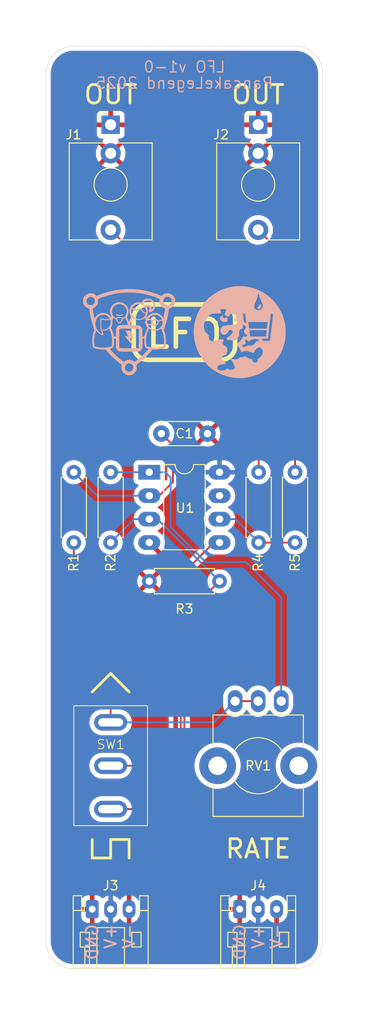
<source format=kicad_pcb>
(kicad_pcb (version 20241229) (generator "pcbnew") (generator_version "9.0")
  (layers (0 "F.Cu" signal) (2 "B.Cu" signal) (13 "F.Paste" user) (15 "B.Paste" user) (5 "F.SilkS" user "F.Silkscreen") (7 "B.SilkS" user "B.Silkscreen") (1 "F.Mask" user) (3 "B.Mask" user) (25 "Edge.Cuts" user))
  (net 0 "")
  (net 1 "GND")
  (net 2 "Net-(U1A--)")
  (net 3 "VDD")
  (net 4 "VSS")
  (net 5 "Net-(SW1-A)")
  (net 6 "Net-(SW1-C)")
  (net 7 "Net-(R2-Pad2)")
  (net 8 "Net-(U1B--)")
  (net 9 "Net-(SW1-B)")
  (net 10 "Net-(J1-PadT)")
  (net 11 "Net-(J2-PadT)")
  (footprint "HackSynth:R_Axial_DIN0207_L6.3mm_D2.5mm_P7.62mm_Horizontal" (layer "F.Cu") (at 162 96.19 -90)
    (property "Reference" "R5" (at 9.81 0 90) (layer "F.SilkS"))
    (property "Value" "1k")
    (pad "1" thru_hole circle (at 0 0 270) (size 1.6 1.6) (drill 0.8) (layers "*.Cu" "*.Mask") (net 11 "Net-(J2-PadT)"))
    (pad "2" thru_hole oval (at 7.62 0 270) (size 1.6 1.6) (drill 0.8) (layers "*.Cu" "*.Mask") (net 8 "Net-(U1B--)"))
  )
  (footprint "HackSynth:R_Axial_DIN0207_L6.3mm_D2.5mm_P7.62mm_Horizontal" (layer "F.Cu") (at 146.19 108)
    (property "Reference" "R3" (at 3.81 3 0) (layer "F.SilkS"))
    (property "Value" "56k")
    (pad "1" thru_hole circle (at 0 0) (size 1.6 1.6) (drill 0.8) (layers "*.Cu" "*.Mask") (net 1 "GND"))
    (pad "2" thru_hole oval (at 7.62 0) (size 1.6 1.6) (drill 0.8) (layers "*.Cu" "*.Mask") (net 6 "Net-(SW1-C)"))
  )
  (footprint "HackSynth:R_Axial_DIN0207_L6.3mm_D2.5mm_P7.62mm_Horizontal" (layer "F.Cu") (at 138 96.19 -90)
    (property "Reference" "R1" (at 9.81 0 90) (layer "F.SilkS"))
    (property "Value" "10k")
    (pad "1" thru_hole circle (at 0 0 270) (size 1.6 1.6) (drill 0.8) (layers "*.Cu" "*.Mask") (net 2 "Net-(U1A--)"))
    (pad "2" thru_hole oval (at 7.62 0 270) (size 1.6 1.6) (drill 0.8) (layers "*.Cu" "*.Mask") (net 5 "Net-(SW1-A)"))
  )
  (footprint "HackSynth:R_Axial_DIN0207_L6.3mm_D2.5mm_P7.62mm_Horizontal" (layer "F.Cu") (at 158.05 96.19 -90)
    (property "Reference" "R4" (at 9.81 0.05 90) (layer "F.SilkS"))
    (property "Value" "1k")
    (pad "1" thru_hole circle (at 0 0 270) (size 1.6 1.6) (drill 0.8) (layers "*.Cu" "*.Mask") (net 10 "Net-(J1-PadT)"))
    (pad "2" thru_hole oval (at 7.62 0 270) (size 1.6 1.6) (drill 0.8) (layers "*.Cu" "*.Mask") (net 8 "Net-(U1B--)"))
  )
  (footprint "HackSynth:R_Axial_DIN0207_L6.3mm_D2.5mm_P7.62mm_Horizontal" (layer "F.Cu") (at 142 103.81 90)
    (property "Reference" "R2" (at -2.19 0 90) (layer "F.SilkS"))
    (property "Value" "100k")
    (pad "1" thru_hole circle (at 0 0 90) (size 1.6 1.6) (drill 0.8) (layers "*.Cu" "*.Mask") (net 6 "Net-(SW1-C)"))
    (pad "2" thru_hole oval (at 7.62 0 90) (size 1.6 1.6) (drill 0.8) (layers "*.Cu" "*.Mask") (net 7 "Net-(R2-Pad2)"))
  )
  (footprint "HackSynth:Module 30x100mm" (layer "F.Cu") (at 150 100)
    (property "Reference" "REF**" (hide yes))
    (property "Value" "Untitled" (hide yes))
    (fp_line (start -14.999999 -47) (end -15 47) (stroke (width 0.05)) (layer "Edge.Cuts"))
    (fp_line (start -12 49.999999) (end 12 50) (stroke (width 0.05)) (layer "Edge.Cuts"))
    (fp_line (start 12 -50) (end -12 -50) (stroke (width 0.05)) (layer "Edge.Cuts"))
    (fp_line (start 15 47) (end 15 -47) (stroke (width 0.05)) (layer "Edge.Cuts"))
    (fp_arc (start -15 -47) (mid -14.12132 -49.12132) (end -12 -50) (stroke (width 0.05)) (layer "Edge.Cuts"))
    (fp_arc (start -12 50) (mid -14.12132 49.12132) (end -15 47) (stroke (width 0.05)) (layer "Edge.Cuts"))
    (fp_arc (start 12 -50) (mid 14.12132 -49.12132) (end 15 -47) (stroke (width 0.05)) (layer "Edge.Cuts"))
    (fp_arc (start 15 47) (mid 14.12132 49.12132) (end 12 50) (stroke (width 0.05)) (layer "Edge.Cuts"))
  )
  (footprint "HackSynth:Potentiometer_Alps_RK09K_Horizontal" (layer "F.Cu") (at 158 128 180)
    (property "Reference" "RV1" (at 0 0 0) (layer "F.SilkS"))
    (property "Value" "1M")
    (pad "" np_thru_hole circle (at -4.4 0 270) (size 4 4) (drill 2) (layers "*.Cu" "*.Mask"))
    (pad "" np_thru_hole circle (at 4.4 0 270) (size 4 4) (drill 2) (layers "*.Cu" "*.Mask"))
    (pad "1" thru_hole oval (at 2.500001 7 270) (size 2.4 1.6) (drill 1) (layers "*.Cu" "*.Mask") (net 5 "Net-(SW1-A)"))
    (pad "2" thru_hole oval (at 0 7 270) (size 2.4 1.6) (drill 1) (layers "*.Cu" "*.Mask") (net 5 "Net-(SW1-A)"))
    (pad "3" thru_hole oval (at -2.500001 7 270) (size 2.4 1.6) (drill 1) (layers "*.Cu" "*.Mask") (net 7 "Net-(R2-Pad2)"))
  )
  (footprint "HackSynth:JST_PH_S3B-PH-K_1x03_P2.00mm_Horizontal" (layer "F.Cu") (at 140 143.55)
    (property "Reference" "J3" (at 2 -2.55 0) (layer "F.SilkS"))
    (property "Value" "Conn_01x03")
    (fp_text user "-V" (at 4 1.5 90) (layer "B.SilkS") (effects (font (size 1.27 1.27) (thickness 0.2)) (justify left mirror)))
    (fp_text user "+V" (at 2 1.5 90) (layer "B.SilkS") (effects (font (size 1.27 1.27) (thickness 0.2)) (justify left mirror)))
    (fp_text user "GND" (at 0 1.5 90) (layer "B.SilkS") (effects (font (size 1.27 1.27) (thickness 0.2)) (justify left mirror)))
    (pad "1" thru_hole roundrect (at 0 0) (size 1.4 2) (drill 0.75) (layers "*.Cu" "*.Mask") (roundrect_rratio 0.208333) (net 1 "GND"))
    (pad "2" thru_hole oval (at 2 0) (size 1.4 2) (drill 0.75) (layers "*.Cu" "*.Mask") (net 3 "VDD"))
    (pad "3" thru_hole oval (at 4 0) (size 1.4 2) (drill 0.75) (layers "*.Cu" "*.Mask") (net 4 "VSS"))
  )
  (footprint "HackSynth:JST_PH_S3B-PH-K_1x03_P2.00mm_Horizontal" (layer "F.Cu") (at 156 143.55)
    (property "Reference" "J4" (at 2 -2.55 0) (layer "F.SilkS"))
    (property "Value" "Conn_01x03")
    (fp_text user "GND" (at 0 1.5 90) (layer "B.SilkS") (effects (font (size 1.27 1.27) (thickness 0.2)) (justify left mirror)))
    (fp_text user "+V" (at 2 1.5 90) (layer "B.SilkS") (effects (font (size 1.27 1.27) (thickness 0.2)) (justify left mirror)))
    (fp_text user "-V" (at 4 1.5 90) (layer "B.SilkS") (effects (font (size 1.27 1.27) (thickness 0.2)) (justify left mirror)))
    (pad "1" thru_hole roundrect (at 0 0) (size 1.4 2) (drill 0.75) (layers "*.Cu" "*.Mask") (roundrect_rratio 0.208333) (net 1 "GND"))
    (pad "2" thru_hole oval (at 2 0) (size 1.4 2) (drill 0.75) (layers "*.Cu" "*.Mask") (net 3 "VDD"))
    (pad "3" thru_hole oval (at 4 0) (size 1.4 2) (drill 0.75) (layers "*.Cu" "*.Mask") (net 4 "VSS"))
  )
  (footprint "HackSynth:Jack_3.5mm" (layer "F.Cu") (at 142 65 180)
    (property "Reference" "J1" (at 4.03 5.4 0) (layer "F.SilkS"))
    (property "Value" "OUT")
    (pad "G" thru_hole rect (at 0 6.48 180) (size 2 2) (drill 1.2) (layers "*.Cu" "*.Mask") (net 1 "GND"))
    (pad "S" thru_hole circle (at 0 3.38 180) (size 2.2 2.2) (drill 1.2) (layers "*.Cu" "*.Mask") (net 1 "GND"))
    (pad "T" thru_hole circle (at 0 -4.92 180) (size 2.2 2.2) (drill 1.2) (layers "*.Cu" "*.Mask") (net 10 "Net-(J1-PadT)"))
    (zone (net 0) (net_name "") (layer "F.Cu") (connect_pads (clearance 0)) (min_thickness 0.254)
      (keepout (tracks not_allowed) (vias not_allowed) (pads not_allowed) (copperpour not_allowed) (footprints not_allowed))
      (fill (thermal_gap 0.508) (thermal_bridge_width 0.508))
      (polygon (pts (xy 143.505141 65) (xy 143.48493 64.754171) (xy 143.424841 64.514945) (xy 143.326486 64.288744) (xy 143.192508 64.081645) (xy 143.026504 63.89921) (xy 142.832932 63.746336) (xy 142.616992 63.627131) (xy 142.384482 63.544794) (xy 142.141646 63.501539) (xy 141.895007 63.498525) (xy 141.651187 63.535835) (xy 141.416734 63.612466) (xy 141.197946 63.72636) (xy 141.000697 63.874458) (xy 140.830286 64.052784) (xy 140.691288 64.256548) (xy 140.587436 64.480278) (xy 140.521519 64.717965) (xy 140.495308 64.963226) (xy 140.509507 65.209475) (xy 140.563734 65.450099) (xy 140.656532 65.678634) (xy 140.785411 65.888945) (xy 140.946908 66.075382) (xy 141.136687 66.232939) (xy 141.34965 66.357385) (xy 141.580079 66.445377) (xy 141.821785 66.494553) (xy 142.068278 66.503592) (xy 142.312936 66.47225) (xy 142.549191 66.40137) (xy 142.770697 66.292856) (xy 142.971505 66.149621) (xy 143.146223 65.975512) (xy 143.290158 65.775205) (xy 143.399445 65.554079) (xy 143.471149 65.318074) (xy 143.503344 65.073526)))
    )
  )
  (footprint "HackSynth:Jack_3.5mm" (layer "F.Cu") (at 158 65 180)
    (property "Reference" "J2" (at 4.03 5.4 0) (layer "F.SilkS"))
    (property "Value" "OUT")
    (pad "G" thru_hole rect (at 0 6.48 180) (size 2 2) (drill 1.2) (layers "*.Cu" "*.Mask") (net 1 "GND"))
    (pad "S" thru_hole circle (at 0 3.38 180) (size 2.2 2.2) (drill 1.2) (layers "*.Cu" "*.Mask") (net 1 "GND"))
    (pad "T" thru_hole circle (at 0 -4.92 180) (size 2.2 2.2) (drill 1.2) (layers "*.Cu" "*.Mask") (net 11 "Net-(J2-PadT)"))
    (zone (net 0) (net_name "") (layer "F.Cu") (connect_pads (clearance 0)) (min_thickness 0.254)
      (keepout (tracks not_allowed) (vias not_allowed) (pads not_allowed) (copperpour not_allowed) (footprints not_allowed))
      (fill (thermal_gap 0.508) (thermal_bridge_width 0.508))
      (polygon (pts (xy 159.505141 65) (xy 159.48493 64.754171) (xy 159.424841 64.514945) (xy 159.326486 64.288744) (xy 159.192508 64.081645) (xy 159.026504 63.89921) (xy 158.832932 63.746336) (xy 158.616992 63.627131) (xy 158.384482 63.544794) (xy 158.141646 63.501539) (xy 157.895007 63.498525) (xy 157.651187 63.535835) (xy 157.416734 63.612466) (xy 157.197946 63.72636) (xy 157.000697 63.874458) (xy 156.830286 64.052784) (xy 156.691288 64.256548) (xy 156.587436 64.480278) (xy 156.521519 64.717965) (xy 156.495308 64.963226) (xy 156.509507 65.209475) (xy 156.563734 65.450099) (xy 156.656532 65.678634) (xy 156.785411 65.888945) (xy 156.946908 66.075382) (xy 157.136687 66.232939) (xy 157.34965 66.357385) (xy 157.580079 66.445377) (xy 157.821785 66.494553) (xy 158.068278 66.503592) (xy 158.312936 66.47225) (xy 158.549191 66.40137) (xy 158.770697 66.292856) (xy 158.971505 66.149621) (xy 159.146223 65.975512) (xy 159.290158 65.775205) (xy 159.399445 65.554079) (xy 159.471149 65.318074) (xy 159.503344 65.073526)))
    )
  )
  (footprint "HackSynth:Switch SPDT - MTS-102" (layer "F.Cu") (at 142 128)
    (property "Reference" "SW1" (at 0 -2.3 0) (layer "F.SilkS") (effects (font (thickness 0.1))))
    (property "Value" "SW_SPDT" (hide yes))
    (pad "1" thru_hole oval (at 0 -4.7) (size 3.6 1.8) (drill oval 2.7 0.9) (layers "*.Cu" "*.Mask") (net 5 "Net-(SW1-A)"))
    (pad "2" thru_hole oval (at 0 0) (size 3.6 1.8) (drill oval 2.7 0.9) (layers "*.Cu" "*.Mask") (net 9 "Net-(SW1-B)"))
    (pad "3" thru_hole oval (at 0 4.7) (size 3.6 1.8) (drill oval 2.7 0.9) (layers "*.Cu" "*.Mask") (net 6 "Net-(SW1-C)"))
  )
  (footprint "HackSynth:DIP-8_W7.62mm_LongPads" (layer "F.Cu") (at 150 100)
    (property "Reference" "U1" (at 0.065 0.07 0) (layer "F.SilkS"))
    (property "Value" "TL072")
    (pad "1" thru_hole rect (at -3.81 -3.81) (size 2.4 1.6) (drill 0.8) (layers "*.Cu" "*.Mask") (net 7 "Net-(R2-Pad2)"))
    (pad "2" thru_hole oval (at -3.81 -1.27) (size 2.4 1.6) (drill 0.8) (layers "*.Cu" "*.Mask") (net 2 "Net-(U1A--)"))
    (pad "3" thru_hole oval (at -3.81 1.27) (size 2.4 1.6) (drill 0.8) (layers "*.Cu" "*.Mask") (net 6 "Net-(SW1-C)"))
    (pad "4" thru_hole oval (at -3.81 3.81) (size 2.4 1.6) (drill 0.8) (layers "*.Cu" "*.Mask") (net 4 "VSS"))
    (pad "5" thru_hole oval (at 3.81 3.81) (size 2.4 1.6) (drill 0.8) (layers "*.Cu" "*.Mask") (net 9 "Net-(SW1-B)"))
    (pad "6" thru_hole oval (at 3.81 1.27) (size 2.4 1.6) (drill 0.8) (layers "*.Cu" "*.Mask") (net 8 "Net-(U1B--)"))
    (pad "7" thru_hole oval (at 3.81 -1.27) (size 2.4 1.6) (drill 0.8) (layers "*.Cu" "*.Mask") (net 8 "Net-(U1B--)"))
    (pad "8" thru_hole oval (at 3.81 -3.81) (size 2.4 1.6) (drill 0.8) (layers "*.Cu" "*.Mask") (net 3 "VDD"))
  )
  (footprint "HackSynth:C_Disc_D5.0mm_W2.5mm_P5.00mm" (layer "F.Cu") (at 147.5 92)
    (property "Reference" "C1" (at 2.5 0 0) (layer "F.SilkS"))
    (property "Value" "2µ2")
    (pad "1" thru_hole circle (at 0 0) (size 1.8 1.8) (drill 0.8) (layers "*.Cu" "*.Mask") (net 2 "Net-(U1A--)"))
    (pad "2" thru_hole circle (at 5 0) (size 1.8 1.8) (drill 0.8) (layers "*.Cu" "*.Mask") (net 1 "GND"))
  )
  (footprint "HackSynth:CCHS Logo - 10mm" (layer "B.Cu") (at 144 81 180)
    (property "Reference" "Ref**" (hide yes))
    (property "Value" "Val**" (hide yes))
  )
  (footprint "HackSynth:PancakeLegend Logo - 10mm" (layer "B.Cu") (at 156 81 180)
    (property "Reference" "Ref**" (hide yes))
    (property "Value" "Val**" (hide yes))
  )
  (gr_arc (start 154 77.999999) (mid 155.06066 78.439339) (end 155.5 79.499999) (stroke (width 0.5)) (layer "F.SilkS"))
  (gr_line (start 140 120) (end 142 118) (stroke (width 0.3)) (layer "F.SilkS"))
  (gr_line (start 145.999999 83.999999) (end 154.000001 84) (stroke (width 0.5)) (layer "F.SilkS"))
  (gr_line (start 144.499999 79.499998) (end 144.499999 82.499998) (stroke (width 0.5)) (layer "F.SilkS"))
  (gr_arc (start 145.999999 84) (mid 144.939339 83.56066) (end 144.499999 82.5) (stroke (width 0.5)) (layer "F.SilkS"))
  (gr_line (start 142 136) (end 142 138) (stroke (width 0.3)) (layer "F.SilkS"))
  (gr_line (start 142 136) (end 144 136) (stroke (width 0.3)) (layer "F.SilkS"))
  (gr_line (start 155.5 79.499999) (end 155.5 82.499999) (stroke (width 0.5)) (layer "F.SilkS"))
  (gr_line (start 142 118) (end 144 120) (stroke (width 0.3)) (layer "F.SilkS"))
  (gr_arc (start 144.499999 79.499998) (mid 144.939339 78.439338) (end 145.999999 77.999998) (stroke (width 0.5)) (layer "F.SilkS"))
  (gr_line (start 140 136) (end 140 138) (stroke (width 0.3)) (layer "F.SilkS"))
  (gr_line (start 146 77.999998) (end 154 77.999999) (stroke (width 0.5)) (layer "F.SilkS"))
  (gr_line (start 140 138) (end 142 138) (stroke (width 0.3)) (layer "F.SilkS"))
  (gr_line (start 144 136) (end 144 138) (stroke (width 0.3)) (layer "F.SilkS"))
  (gr_arc (start 155.500001 82.5) (mid 155.060661 83.56066) (end 154.000001 84) (stroke (width 0.5)) (layer "F.SilkS"))
  (gr_text "OUT\n" (at 158 55.25 0) (layer "F.SilkS") (effects (font (size 2 2) (thickness 0.3))))
  (gr_text "RATE" (at 158.000001 137 0) (layer "F.SilkS") (effects (font (size 2 2) (thickness 0.3))))
  (gr_text "LFO" (at 150 81.2 0) (layer "F.SilkS") (effects (font (size 3 3) (thickness 0.5) (bold yes))))
  (gr_text "OUT\n" (at 142 55.25 0) (layer "F.SilkS") (effects (font (size 2 2) (thickness 0.3))))
  (gr_text "LFO v1-0" (at 150 52.250001 0) (layer "B.SilkS") (effects (font (size 1.2 1.2)) (justify mirror)))
  (gr_text "PancakeLegend 2025" (at 150 54 0) (layer "B.SilkS") (effects (font (size 1.2 1.2)) (justify mirror)))
  (segment (start 147.27 98.73) (end 148.75 97.25) (width 0.2) (layer "F.Cu") (net 2))
  (segment (start 146.19 98.73) (end 147.27 98.73) (width 0.2) (layer "F.Cu") (net 2))
  (segment (start 148.75 97.25) (end 148.75 93.25) (width 0.2) (layer "F.Cu") (net 2))
  (segment (start 148.75 93.25) (end 147.5 92) (width 0.2) (layer "F.Cu") (net 2))
  (segment (start 138 96.19) (end 140.54 98.73) (width 0.2) (layer "B.Cu") (net 2))
  (segment (start 140.54 98.73) (end 146.19 98.73) (width 0.2) (layer "B.Cu") (net 2))
  (segment (start 139 136) (end 139 127) (width 0.5) (layer "F.Cu") (net 4))
  (segment (start 144 143.55) (end 144 145.5) (width 0.5) (layer "F.Cu") (net 4))
  (segment (start 149.048 124.452) (end 149.048 106.668) (width 0.5) (layer "F.Cu") (net 4))
  (segment (start 160 145.5) (end 160 143.55) (width 0.5) (layer "F.Cu") (net 4))
  (segment (start 148 125.5) (end 149.048 124.452) (width 0.5) (layer "F.Cu") (net 4))
  (segment (start 144 141) (end 139 136) (width 0.5) (layer "F.Cu") (net 4))
  (segment (start 144 143.55) (end 144 141) (width 0.5) (layer "F.Cu") (net 4))
  (segment (start 139 127) (end 140.5 125.5) (width 0.5) (layer "F.Cu") (net 4))
  (segment (start 144 145.5) (end 145 146.5) (width 0.5) (layer "F.Cu") (net 4))
  (segment (start 145 146.5) (end 159 146.5) (width 0.5) (layer "F.Cu") (net 4))
  (segment (start 159 146.5) (end 160 145.5) (width 0.5) (layer "F.Cu") (net 4))
  (segment (start 140.5 125.5) (end 148 125.5) (width 0.5) (layer "F.Cu") (net 4))
  (segment (start 149.048 106.668) (end 146.19 103.81) (width 0.5) (layer "F.Cu") (net 4))
  (segment (start 138 114) (end 138 103.81) (width 0.2) (layer "F.Cu") (net 5))
  (segment (start 158 121) (end 155.499999 121) (width 0.2) (layer "F.Cu") (net 5))
  (segment (start 142 118) (end 138 114) (width 0.2) (layer "F.Cu") (net 5))
  (segment (start 142 123.3) (end 142 118) (width 0.2) (layer "F.Cu") (net 5))
  (segment (start 142 123.3) (end 153.199999 123.3) (width 0.2) (layer "B.Cu") (net 5))
  (segment (start 153.199999 123.3) (end 155.499999 121) (width 0.2) (layer "B.Cu") (net 5))
  (segment (start 150 128) (end 150 111.81) (width 0.2) (layer "F.Cu") (net 6))
  (segment (start 142 132.7) (end 145.3 132.7) (width 0.2) (layer "F.Cu") (net 6))
  (segment (start 145.3 132.7) (end 150 128) (width 0.2) (layer "F.Cu") (net 6))
  (segment (start 150 111.81) (end 153.81 108) (width 0.2) (layer "F.Cu") (net 6))
  (segment (start 144.54 101.27) (end 142 103.81) (width 0.2) (layer "B.Cu") (net 6))
  (segment (start 146.19 101.27) (end 147.08 101.27) (width 0.2) (layer "B.Cu") (net 6))
  (segment (start 147.08 101.27) (end 153.81 108) (width 0.2) (layer "B.Cu") (net 6))
  (segment (start 146.19 101.27) (end 144.54 101.27) (width 0.2) (layer "B.Cu") (net 6))
  (segment (start 156.68645 105.93645) (end 160.5 109.75) (width 0.2) (layer "B.Cu") (net 7))
  (segment (start 142 96.19) (end 146.19 96.19) (width 0.2) (layer "B.Cu") (net 7))
  (segment (start 148.5 96.75) (end 148.5 102.1229) (width 0.2) (layer "B.Cu") (net 7))
  (segment (start 160.5 109.75) (end 160.500001 121) (width 0.2) (layer "B.Cu") (net 7))
  (segment (start 147.94 96.19) (end 148.5 96.75) (width 0.2) (layer "B.Cu") (net 7))
  (segment (start 148.5 102.1229) (end 152.31355 105.93645) (width 0.2) (layer "B.Cu") (net 7))
  (segment (start 152.31355 105.93645) (end 156.68645 105.93645) (width 0.2) (layer "B.Cu") (net 7))
  (segment (start 146.19 96.19) (end 147.94 96.19) (width 0.2) (layer "B.Cu") (net 7))
  (segment (start 158.05 103.81) (end 162 103.81) (width 0.2) (layer "F.Cu") (net 8))
  (segment (start 153.81 101.27) (end 155.51 101.27) (width 0.2) (layer "B.Cu") (net 8))
  (segment (start 155.51 101.27) (end 158.05 103.81) (width 0.2) (layer "B.Cu") (net 8))
  (segment (start 153.19 103.81) (end 153.81 103.81) (width 0.2) (layer "F.Cu") (net 9))
  (segment (start 149.599 124.680232) (end 146.279232 128) (width 0.2) (layer "F.Cu") (net 9))
  (segment (start 149.599 122.3) (end 149.599 124.680232) (width 0.2) (layer "F.Cu") (net 9))
  (segment (start 149.599 122.3) (end 149.599 107.401) (width 0.2) (layer "F.Cu") (net 9))
  (segment (start 149.599 107.401) (end 153.19 103.81) (width 0.2) (layer "F.Cu") (net 9))
  (segment (start 146.279232 128) (end 142 128) (width 0.2) (layer "F.Cu") (net 9))
  (segment (start 158.05 85.969999) (end 142 69.919999) (width 0.2) (layer "F.Cu") (net 10))
  (segment (start 158.05 96.19) (end 158.05 85.969999) (width 0.2) (layer "F.Cu") (net 10))
  (segment (start 162 73.919999) (end 158 69.919999) (width 0.2) (layer "F.Cu") (net 11))
  (segment (start 162 96.19) (end 162 73.919999) (width 0.2) (layer "F.Cu") (net 11))
  (zone (net 1) (net_name "GND") (layer "F.Cu") (connect_pads (clearance 0.5)) (min_thickness 0.25) (fill yes (thermal_gap 0.5) (thermal_bridge_width 0.5) (island_removal_mode 1) (island_area_min 10))
    (polygon (pts (xy 130 45) (xy 170 45) (xy 170 155) (xy 130 155)))
  )
  (zone (net 3) (net_name "VDD") (layer "B.Cu") (priority 1) (connect_pads (clearance 0.5)) (min_thickness 0.25) (fill yes (thermal_gap 0.5) (thermal_bridge_width 0.5))
    (polygon (pts (xy 131 46) (xy 171 46) (xy 171 156) (xy 131 156)))
  )
)
</source>
